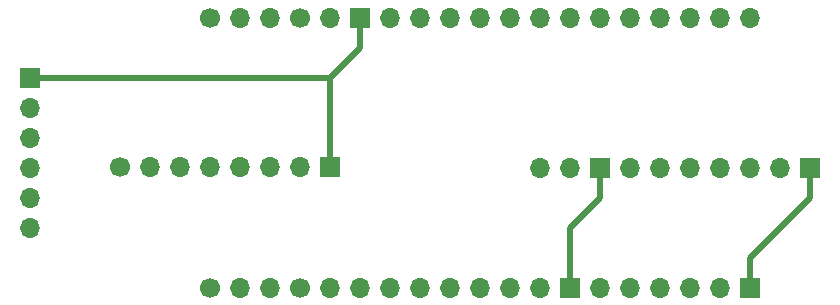
<source format=gbr>
%TF.GenerationSoftware,KiCad,Pcbnew,7.0.10*%
%TF.CreationDate,2024-01-17T15:28:00-05:00*%
%TF.ProjectId,ESP32-SD,45535033-322d-4534-942e-6b696361645f,1*%
%TF.SameCoordinates,Original*%
%TF.FileFunction,Copper,L2,Inr*%
%TF.FilePolarity,Positive*%
%FSLAX46Y46*%
G04 Gerber Fmt 4.6, Leading zero omitted, Abs format (unit mm)*
G04 Created by KiCad (PCBNEW 7.0.10) date 2024-01-17 15:28:00*
%MOMM*%
%LPD*%
G01*
G04 APERTURE LIST*
%TA.AperFunction,ComponentPad*%
%ADD10R,1.700000X1.700000*%
%TD*%
%TA.AperFunction,ComponentPad*%
%ADD11O,1.700000X1.700000*%
%TD*%
%TA.AperFunction,ComponentPad*%
%ADD12C,1.700000*%
%TD*%
%TA.AperFunction,Conductor*%
%ADD13C,0.500000*%
%TD*%
G04 APERTURE END LIST*
D10*
%TO.N,N/C*%
%TO.C,SD*%
X109220000Y-93980000D03*
D11*
X109220000Y-96520000D03*
X109220000Y-99060000D03*
X109220000Y-101600000D03*
X109220000Y-104140000D03*
X109220000Y-106680000D03*
%TD*%
%TO.N,N/C*%
%TO.C,FZ_R*%
X152390000Y-101610000D03*
X154930000Y-101610000D03*
D10*
X157470000Y-101610000D03*
D11*
X160010000Y-101610000D03*
X162550000Y-101610000D03*
X165090000Y-101610000D03*
X167630000Y-101610000D03*
X170170000Y-101610000D03*
X172710000Y-101610000D03*
D10*
X175250000Y-101610000D03*
%TD*%
D12*
%TO.N,N/C*%
%TO.C,Bottom*%
X124450000Y-111770000D03*
D11*
X126990000Y-111770000D03*
X129530000Y-111770000D03*
D12*
X132070000Y-111770000D03*
D11*
X134610000Y-111770000D03*
X137150000Y-111770000D03*
X139690000Y-111770000D03*
X142230000Y-111770000D03*
X144770000Y-111770000D03*
X147310000Y-111770000D03*
X149850000Y-111770000D03*
X152390000Y-111770000D03*
D10*
X154930000Y-111770000D03*
D11*
X157470000Y-111770000D03*
X160010000Y-111770000D03*
X162550000Y-111770000D03*
X165090000Y-111770000D03*
X167630000Y-111770000D03*
D10*
X170170000Y-111770000D03*
%TD*%
D12*
%TO.N,N/C*%
%TO.C,Top*%
X124460000Y-88900000D03*
D11*
X127000000Y-88900000D03*
X129540000Y-88900000D03*
D12*
X132080000Y-88900000D03*
D11*
X134620000Y-88900000D03*
D10*
X137160000Y-88900000D03*
D11*
X139700000Y-88900000D03*
X142240000Y-88900000D03*
X144780000Y-88900000D03*
X147320000Y-88900000D03*
X149860000Y-88900000D03*
X152400000Y-88900000D03*
X154940000Y-88900000D03*
X157480000Y-88900000D03*
X160020000Y-88900000D03*
X162560000Y-88900000D03*
X165100000Y-88900000D03*
X167640000Y-88900000D03*
X170180000Y-88900000D03*
%TD*%
D12*
%TO.N,N/C*%
%TO.C,Left*%
X116830000Y-101585000D03*
D11*
X119370000Y-101585000D03*
X121910000Y-101585000D03*
X124450000Y-101585000D03*
X126990000Y-101585000D03*
X129530000Y-101585000D03*
X132070000Y-101585000D03*
D10*
X134610000Y-101585000D03*
%TD*%
D13*
%TO.N,*%
X157470000Y-104130000D02*
X157470000Y-101610000D01*
X157480000Y-104140000D02*
X157470000Y-104130000D01*
X154930000Y-106690000D02*
X157480000Y-104140000D01*
X154930000Y-111770000D02*
X154930000Y-106690000D01*
X134620000Y-93980000D02*
X137160000Y-91440000D01*
X134610000Y-93990000D02*
X134620000Y-93980000D01*
X134620000Y-93980000D02*
X109220000Y-93980000D01*
X137160000Y-91440000D02*
X137160000Y-88900000D01*
X134610000Y-101585000D02*
X134610000Y-93990000D01*
X170170000Y-109230000D02*
X170170000Y-111770000D01*
X175260000Y-104140000D02*
X170170000Y-109230000D01*
X175250000Y-104130000D02*
X175260000Y-104140000D01*
X175250000Y-101610000D02*
X175250000Y-104130000D01*
%TD*%
M02*

</source>
